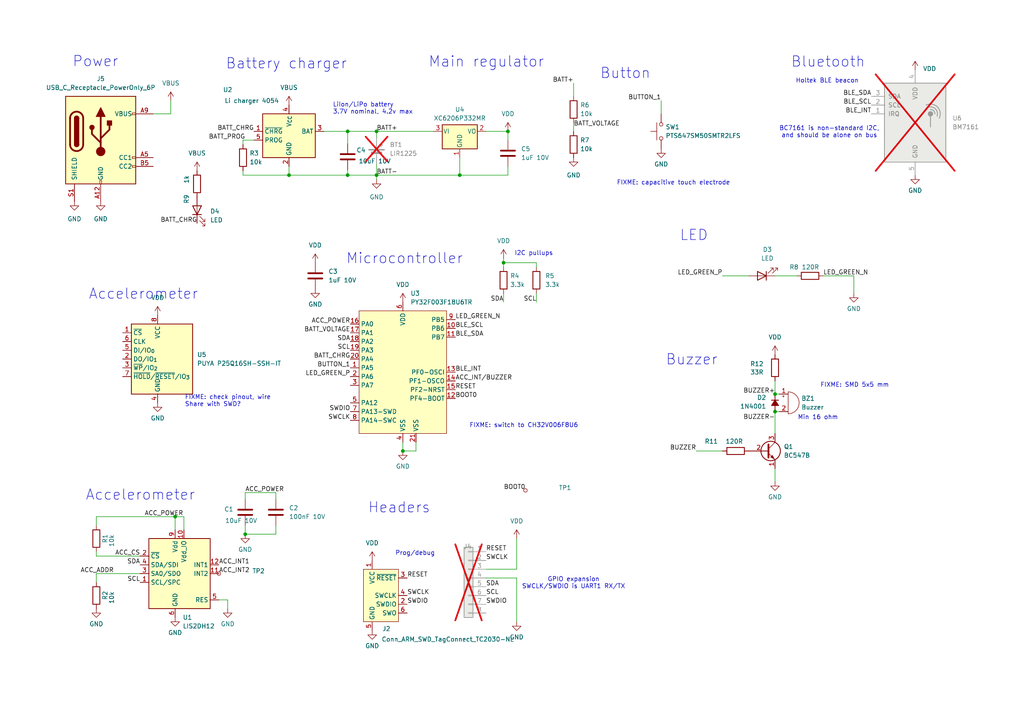
<source format=kicad_sch>
(kicad_sch (version 20250114) (generator "eeschema") (generator_version "9.0")
  (paper "A4")
  (lib_symbols
    (symbol "Battery_Management:LTC4054ES5-4.2"
      (property "Reference" "U" (at -5.842 6.604 0))
      (property "Value" "LTC4054ES5-4.2" (at 1.524 6.604 0))
      (symbol "LTC4054ES5-4.2_0_1"
        (rectangle (start -7.62 5.08) (end 7.62 -7.62) (stroke (width 0.254)) (fill (type background)))
      )
      (symbol "LTC4054ES5-4.2_1_1"
        (pin open_collector line (at -10.16 0 0) (length 2.54) (name "~{CHRG}") (number "1"))
        (pin bidirectional line (at -10.16 -2.54 0) (length 2.54) (name "PROG") (number "5"))
        (pin power_in line (at 0 7.62 270) (length 2.54) (name "V_{CC}") (number "4"))
        (pin power_in line (at 0 -10.16 90) (length 2.54) (name "GND") (number "2"))
        (pin power_out line (at 10.16 0 180) (length 2.54) (name "BAT") (number "3"))
      )
    )
    (symbol "Connector:Conn_ARM_SWD_TagConnect_TC2030-NL" (in_bom no)
      (property "Reference" "J" (at 2.54 11.43 0))
      (property "Value" "Conn_ARM_SWD_TagConnect_TC2030-NL" (at 2.54 8.89 0))
      (symbol "Conn_ARM_SWD_TagConnect_TC2030-NL_0_0"
        (pin power_in line (at -2.54 10.16 270) (length 2.54) (name "VCC") (number "1"))
        (pin power_in line (at -2.54 -10.16 90) (length 2.54) (name "GND") (number "5"))
        (pin open_collector line (at 7.62 5.08 180) (length 2.54) (name "~{RESET}") (number "3"))
        (pin output line (at 7.62 0 180) (length 2.54) (name "SWCLK") (number "4"))
        (pin bidirectional line (at 7.62 -2.54 180) (length 2.54) (name "SWDIO") (number "2"))
        (pin input line (at 7.62 -5.08 180) (length 2.54) (name "SWO") (number "6"))
      )
      (symbol "Conn_ARM_SWD_TagConnect_TC2030-NL_0_1"
        (rectangle (start -5.08 7.62) (end 5.08 -7.62) (fill (type background)))
      )
    )
    (symbol "Connector:TestPoint_Small" (pin_numbers (hide yes)) (pin_names (offset 0.762) (hide yes))
      (property "Reference" "TP" (at 0 3.81 0))
      (property "Value" "TestPoint_Small" (at 0 2.032 0))
      (symbol "TestPoint_Small_0_1"
        (circle (center 0 0) (radius 0.508))
      )
      (symbol "TestPoint_Small_1_1"
        (pin passive line (at 0 0 90) (length 0) (name "1") (number "1"))
      )
    )
    (symbol "Connector:USB_C_Receptacle_PowerOnly_6P" (pin_names (offset 1.016))
      (property "Reference" "J" (at 0 16.51 0))
      (property "Value" "USB_C_Receptacle_PowerOnly_6P" (at 0 13.97 0))
      (symbol "USB_C_Receptacle_PowerOnly_6P_0_0"
        (rectangle (start -0.254 -12.7) (end 0.254 -11.684))
        (rectangle (start 10.16 7.874) (end 9.144 7.366))
        (rectangle (start 10.16 -4.826) (end 9.144 -5.334))
        (rectangle (start 10.16 -7.366) (end 9.144 -7.874))
      )
      (symbol "USB_C_Receptacle_PowerOnly_6P_0_1"
        (rectangle (start -10.16 12.7) (end 10.16 -12.7) (stroke (width 0.254)) (fill (type background)))
        (polyline (pts (xy -8.89 -1.27) (xy -8.89 6.35)) (stroke (width 0.508)))
        (rectangle (start -7.62 -1.27) (end -6.35 6.35) (stroke (width 0.254)) (fill (type outline)))
        (arc (start -7.62 6.35) (mid -6.985 6.9823) (end -6.35 6.35) (stroke (width 0.254)))
        (arc (start -7.62 6.35) (mid -6.985 6.9823) (end -6.35 6.35) (stroke (width 0.254)) (fill (type outline)))
        (arc (start -8.89 6.35) (mid -6.985 8.2467) (end -5.08 6.35) (stroke (width 0.508)))
        (arc (start -5.08 -1.27) (mid -6.985 -3.1667) (end -8.89 -1.27) (stroke (width 0.508)))
        (arc (start -6.35 -1.27) (mid -6.985 -1.9023) (end -7.62 -1.27) (stroke (width 0.254)))
        (arc (start -6.35 -1.27) (mid -6.985 -1.9023) (end -7.62 -1.27) (stroke (width 0.254)) (fill (type outline)))
        (polyline (pts (xy -5.08 6.35) (xy -5.08 -1.27)) (stroke (width 0.508)))
        (circle (center -2.54 3.683) (radius 0.635) (stroke (width 0.254)) (fill (type outline)))
        (polyline (pts (xy -1.27 6.858) (xy 0 9.398) (xy 1.27 6.858) (xy -1.27 6.858)) (stroke (width 0.254)) (fill (type outline)))
        (polyline (pts (xy 0 0.508) (xy 2.54 3.048) (xy 2.54 4.318)) (stroke (width 0.508)))
        (polyline (pts (xy 0 -0.762) (xy -2.54 1.778) (xy -2.54 3.048)) (stroke (width 0.508)))
        (polyline (pts (xy 0 -3.302) (xy 0 6.858)) (stroke (width 0.508)))
        (circle (center 0 -3.302) (radius 1.27) (fill (type outline)))
        (rectangle (start 1.905 4.318) (end 3.175 5.588) (stroke (width 0.254)) (fill (type outline)))
      )
      (symbol "USB_C_Receptacle_PowerOnly_6P_1_1"
        (pin passive line (at -7.62 -17.78 90) (length 5.08) (name "SHIELD") (number "S1"))
        (pin passive line (at 0 -17.78 90) (length 5.08) (name "GND") (number "A12"))
        (pin passive line (at 0 -17.78 90) (length 5.08) (hide yes) (name "GND") (number "B12"))
        (pin passive line (at 15.24 7.62 180) (length 5.08) (name "VBUS") (number "A9"))
        (pin passive line (at 15.24 7.62 180) (length 5.08) (hide yes) (name "VBUS") (number "B9"))
        (pin bidirectional line (at 15.24 -5.08 180) (length 5.08) (name "CC1") (number "A5"))
        (pin bidirectional line (at 15.24 -7.62 180) (length 5.08) (name "CC2") (number "B5"))
      )
    )
    (symbol "Connector_Generic:Conn_01x08" (pin_names (offset 1.016) (hide yes))
      (property "Reference" "J" (at 0 10.16 0))
      (property "Value" "Conn_01x08" (at 0 -12.7 0))
      (symbol "Conn_01x08_1_1"
        (rectangle (start -1.27 8.89) (end 1.27 -11.43) (stroke (width 0.254)) (fill (type background)))
        (rectangle (start -1.27 7.747) (end 0 7.493) (stroke (width 0.1524)))
        (rectangle (start -1.27 5.207) (end 0 4.953) (stroke (width 0.1524)))
        (rectangle (start -1.27 2.667) (end 0 2.413) (stroke (width 0.1524)))
        (rectangle (start -1.27 0.127) (end 0 -0.127) (stroke (width 0.1524)))
        (rectangle (start -1.27 -2.413) (end 0 -2.667) (stroke (width 0.1524)))
        (rectangle (start -1.27 -4.953) (end 0 -5.207) (stroke (width 0.1524)))
        (rectangle (start -1.27 -7.493) (end 0 -7.747) (stroke (width 0.1524)))
        (rectangle (start -1.27 -10.033) (end 0 -10.287) (stroke (width 0.1524)))
        (pin passive line (at -5.08 7.62 0) (length 3.81) (name "Pin_1") (number "1"))
        (pin passive line (at -5.08 5.08 0) (length 3.81) (name "Pin_2") (number "2"))
        (pin passive line (at -5.08 2.54 0) (length 3.81) (name "Pin_3") (number "3"))
        (pin passive line (at -5.08 0 0) (length 3.81) (name "Pin_4") (number "4"))
        (pin passive line (at -5.08 -2.54 0) (length 3.81) (name "Pin_5") (number "5"))
        (pin passive line (at -5.08 -5.08 0) (length 3.81) (name "Pin_6") (number "6"))
        (pin passive line (at -5.08 -7.62 0) (length 3.81) (name "Pin_7") (number "7"))
        (pin passive line (at -5.08 -10.16 0) (length 3.81) (name "Pin_8") (number "8"))
      )
    )
    (symbol "Device:Battery_Cell" (pin_numbers (hide yes)) (pin_names (offset 0) (hide yes))
      (property "Reference" "BT1" (at 3.81 3.1115 0))
      (property "Value" "Battery_Cell" (at 3.81 0.5715 0))
      (symbol "Battery_Cell_0_1"
        (rectangle (start -2.286 1.778) (end 2.286 1.524) (fill (type outline)))
        (rectangle (start -1.524 1.016) (end 1.524 0.508) (fill (type outline)))
        (polyline (pts (xy 0 1.778) (xy 0 2.54)))
        (polyline (pts (xy 0 0.762) (xy 0 0)))
        (polyline (pts (xy 0.762 3.048) (xy 1.778 3.048)) (stroke (width 0.254)))
        (polyline (pts (xy 1.27 3.556) (xy 1.27 2.54)) (stroke (width 0.254)))
      )
      (symbol "Battery_Cell_1_1"
        (pin passive line (at 0 5.08 270) (length 2.54) (name "+") (number "1"))
        (pin passive line (at 0 -2.54 90) (length 2.54) (name "-") (number "2"))
      )
    )
    (symbol "Device:Buzzer" (pin_names (offset 0.0254) (hide yes))
      (property "Reference" "BZ" (at 3.81 1.27 0))
      (property "Value" "Buzzer" (at 3.81 -1.27 0))
      (symbol "Buzzer_0_1"
        (polyline (pts (xy -1.651 1.905) (xy -1.143 1.905)))
        (polyline (pts (xy -1.397 2.159) (xy -1.397 1.651)))
        (arc (start 0 3.175) (mid 3.1612 0) (end 0 -3.175))
        (polyline (pts (xy 0 3.175) (xy 0 -3.175)))
      )
      (symbol "Buzzer_1_1"
        (pin passive line (at -2.54 2.54 0) (length 2.54) (name "+") (number "1"))
        (pin passive line (at -2.54 -2.54 0) (length 2.54) (name "-") (number "2"))
      )
    )
    (symbol "Device:C" (pin_numbers (hide yes)) (pin_names (offset 0.254))
      (property "Reference" "C" (at 0.635 2.54 0))
      (property "Value" "C" (at 0.635 -2.54 0))
      (symbol "C_0_1"
        (polyline (pts (xy -2.032 0.762) (xy 2.032 0.762)) (stroke (width 0.508)))
        (polyline (pts (xy -2.032 -0.762) (xy 2.032 -0.762)) (stroke (width 0.508)))
      )
      (symbol "C_1_1"
        (pin passive line (at 0 3.81 270) (length 2.794) (name "~") (number "1"))
        (pin passive line (at 0 -3.81 90) (length 2.794) (name "~") (number "2"))
      )
    )
    (symbol "Device:D_Small_Filled" (pin_numbers (hide yes)) (pin_names (offset 0.254) (hide yes))
      (property "Reference" "D" (at -1.27 2.032 0))
      (property "Value" "D_Small_Filled" (at -3.81 -2.032 0))
      (symbol "D_Small_Filled_0_1"
        (polyline (pts (xy -0.762 0) (xy 0.762 0)))
        (polyline (pts (xy -0.762 -1.016) (xy -0.762 1.016)) (stroke (width 0.254)))
        (polyline (pts (xy 0.762 -1.016) (xy -0.762 0) (xy 0.762 1.016) (xy 0.762 -1.016)) (stroke (width 0.254)) (fill (type outline)))
      )
      (symbol "D_Small_Filled_1_1"
        (pin passive line (at -2.54 0 0) (length 1.778) (name "K") (number "1"))
        (pin passive line (at 2.54 0 180) (length 1.778) (name "A") (number "2"))
      )
    )
    (symbol "Device:LED" (pin_numbers (hide yes)) (pin_names (offset 1.016) (hide yes))
      (property "Reference" "D" (at 0 2.54 0))
      (property "Value" "LED" (at 0 -2.54 0))
      (symbol "LED_0_1"
        (polyline (pts (xy -3.048 -0.762) (xy -4.572 -2.286) (xy -3.81 -2.286) (xy -4.572 -2.286) (xy -4.572 -1.524)))
        (polyline (pts (xy -1.778 -0.762) (xy -3.302 -2.286) (xy -2.54 -2.286) (xy -3.302 -2.286) (xy -3.302 -1.524)))
        (polyline (pts (xy -1.27 0) (xy 1.27 0)))
        (polyline (pts (xy -1.27 -1.27) (xy -1.27 1.27)) (stroke (width 0.254)))
        (polyline (pts (xy 1.27 -1.27) (xy 1.27 1.27) (xy -1.27 0) (xy 1.27 -1.27)) (stroke (width 0.254)))
      )
      (symbol "LED_1_1"
        (pin passive line (at -3.81 0 0) (length 2.54) (name "K") (number "1"))
        (pin passive line (at 3.81 0 180) (length 2.54) (name "A") (number "2"))
      )
    )
    (symbol "Device:Q_NPN_EBC" (pin_names (offset 0) (hide yes))
      (property "Reference" "Q" (at 5.08 1.27 0))
      (property "Value" "Q_NPN_EBC" (at 5.08 -1.27 0))
      (symbol "Q_NPN_EBC_0_1"
        (polyline (pts (xy 0.635 1.905) (xy 0.635 -1.905) (xy 0.635 -1.905)) (stroke (width 0.508)))
        (polyline (pts (xy 0.635 0.635) (xy 2.54 2.54)))
        (polyline (pts (xy 0.635 -0.635) (xy 2.54 -2.54) (xy 2.54 -2.54)))
        (circle (center 1.27 0) (radius 2.8194) (stroke (width 0.254)))
        (polyline (pts (xy 1.27 -1.778) (xy 1.778 -1.27) (xy 2.286 -2.286) (xy 1.27 -1.778) (xy 1.27 -1.778)) (fill (type outline)))
      )
      (symbol "Q_NPN_EBC_1_1"
        (pin passive line (at -5.08 0 0) (length 5.715) (name "B") (number "2"))
        (pin passive line (at 2.54 5.08 270) (length 2.54) (name "C") (number "3"))
        (pin passive line (at 2.54 -5.08 90) (length 2.54) (name "E") (number "1"))
      )
    )
    (symbol "Device:R" (pin_numbers (hide yes)) (pin_names (offset 0))
      (property "Reference" "R" (at 2.032 0 90))
      (property "Value" "R" (at 0 0 90))
      (symbol "R_0_1"
        (rectangle (start -1.016 -2.54) (end 1.016 2.54) (stroke (width 0.254)))
      )
      (symbol "R_1_1"
        (pin passive line (at 0 3.81 270) (length 1.27) (name "~") (number "1"))
        (pin passive line (at 0 -3.81 90) (length 1.27) (name "~") (number "2"))
      )
    )
    (symbol "Memory_Flash:W25Q32JVSS"
      (property "Reference" "U" (at -6.35 11.43 0))
      (property "Value" "W25Q32JVSS" (at 7.62 11.43 0))
      (symbol "W25Q32JVSS_0_1"
        (rectangle (start -7.62 10.16) (end 10.16 -10.16) (stroke (width 0.254)) (fill (type background)))
      )
      (symbol "W25Q32JVSS_1_1"
        (pin input line (at -10.16 7.62 0) (length 2.54) (name "~{CS}") (number "1"))
        (pin input line (at -10.16 5.08 0) (length 2.54) (name "CLK") (number "6"))
        (pin bidirectional line (at -10.16 2.54 0) (length 2.54) (name "DI/IO_{0}") (number "5"))
        (pin bidirectional line (at -10.16 0 0) (length 2.54) (name "DO/IO_{1}") (number "2"))
        (pin bidirectional line (at -10.16 -2.54 0) (length 2.54) (name "~{WP}/IO_{2}") (number "3"))
        (pin bidirectional line (at -10.16 -5.08 0) (length 2.54) (name "~{HOLD}/~{RESET}/IO_{3}") (number "7"))
        (pin power_in line (at 0 12.7 270) (length 2.54) (name "VCC") (number "8"))
        (pin power_in line (at 0 -12.7 90) (length 2.54) (name "GND") (number "4"))
      )
    )
    (symbol "Regulator_Linear:XC6206PxxxMR" (pin_names (offset 0.254))
      (property "Reference" "U" (at -3.81 3.175 0))
      (property "Value" "XC6206PxxxMR" (at 0 3.175 0))
      (symbol "XC6206PxxxMR_0_1"
        (rectangle (start -5.08 1.905) (end 5.08 -5.08) (stroke (width 0.254)) (fill (type background)))
      )
      (symbol "XC6206PxxxMR_1_1"
        (pin power_in line (at -7.62 0 0) (length 2.54) (name "VI") (number "3"))
        (pin power_in line (at 0 -7.62 90) (length 2.54) (name "GND") (number "1"))
        (pin power_out line (at 7.62 0 180) (length 2.54) (name "VO") (number "2"))
      )
    )
    (symbol "Sensor_Motion:LIS2HH12"
      (property "Reference" "U" (at -5.08 11.43 0))
      (property "Value" "LIS2HH12" (at 3.81 11.43 0))
      (symbol "LIS2HH12_0_1"
        (rectangle (start -7.62 10.16) (end 10.16 -10.16) (stroke (width 0.254)) (fill (type background)))
      )
      (symbol "LIS2HH12_1_1"
        (pin input line (at -10.16 5.08 0) (length 2.54) (name "~{CS}") (number "2"))
        (pin bidirectional line (at -10.16 2.54 0) (length 2.54) (name "SDA/SDI") (number "4"))
        (pin bidirectional line (at -10.16 0 0) (length 2.54) (name "SA0/SDO") (number "3"))
        (pin input line (at -10.16 -2.54 0) (length 2.54) (name "SCL/SPC") (number "1"))
        (pin power_in line (at 0 12.7 270) (length 2.54) (name "Vdd") (number "9"))
        (pin power_in line (at 0 -12.7 90) (length 2.54) (name "GND") (number "6"))
        (pin passive line (at 0 -12.7 90) (length 2.54) (hide yes) (name "GND") (number "7"))
        (pin passive line (at 0 -12.7 90) (length 2.54) (hide yes) (name "GND") (number "8"))
        (pin power_in line (at 2.54 12.7 270) (length 2.54) (name "Vdd_IO") (number "10"))
        (pin output line (at 12.7 2.54 180) (length 2.54) (name "INT1") (number "12"))
        (pin output line (at 12.7 0 180) (length 2.54) (name "INT2") (number "11"))
        (pin passive line (at 12.7 -7.62 180) (length 2.54) (name "RES") (number "5"))
      )
    )
    (symbol "Switch:SW_Push" (pin_numbers (hide yes)) (pin_names (offset 1.016) (hide yes))
      (property "Reference" "SW" (at 1.27 2.54 0))
      (property "Value" "SW_Push" (at 0 -1.524 0))
      (symbol "SW_Push_0_1"
        (circle (center -2.032 0) (radius 0.508))
        (polyline (pts (xy 0 1.27) (xy 0 3.048)))
        (circle (center 2.032 0) (radius 0.508))
        (polyline (pts (xy 2.54 1.27) (xy -2.54 1.27)))
        (pin passive line (at -5.08 0 0) (length 2.54) (name "1") (number "1"))
        (pin passive line (at 5.08 0 180) (length 2.54) (name "2") (number "2"))
      )
    )
    (symbol "dml10:BM7161" (pin_names (offset 1.016))
      (property "Reference" "U" (at -8.89 12.7 0))
      (property "Value" "BM7161" (at 3.81 12.7 0))
      (symbol "BM7161_0_1"
        (rectangle (start -8.89 11.43) (end 8.89 -11.43) (stroke (width 0.254)) (fill (type background)))
        (arc (start 3.175 5.08) (mid 6.453 4.548) (end 6.985 1.27) (stroke (width 0.254)))
        (circle (center 4.445 2.54) (radius 0.635) (stroke (width 0.254)) (fill (type outline)))
        (polyline (pts (xy 4.445 1.905) (xy 4.445 -1.27)) (stroke (width 0.254)))
        (arc (start 3.81 4.445) (mid 5.8835 3.9785) (end 6.35 1.905) (stroke (width 0.254)))
        (arc (start 4.445 3.81) (mid 5.3558 3.4508) (end 5.715 2.54) (stroke (width 0.254)))
      )
      (symbol "BM7161_1_1"
        (pin input line (at -12.7 7.62 0) (length 3.81) (name "SDA") (number "3"))
        (pin input line (at -12.7 5.08 0) (length 3.81) (name "SCL") (number "2"))
        (pin output line (at -12.7 2.54 0) (length 3.81) (name "IRQ") (number "1"))
        (pin power_in line (at 0 15.24 270) (length 3.81) (name "VDD") (number "4"))
        (pin power_in line (at 0 -15.24 90) (length 3.81) (name "GND") (number "5"))
      )
    )
    (symbol "dml20m:PY32F003F1xU"
      (property "Reference" "U1" (at 2.1941 22.86 0))
      (property "Value" "PY32F003F16P6TU" (at 2.1941 20.32 0))
      (symbol "PY32F003F1xU_0_1"
        (rectangle (start -12.7 17.78) (end 12.7 -17.78) (stroke (width 0.1524)) (fill (type background)))
      )
      (symbol "PY32F003F1xU_1_0"
        (pin bidirectional line (at -15.24 11.43 0) (length 2.54) (name "PA1") (number "17"))
        (pin bidirectional line (at -15.24 8.89 0) (length 2.54) (name "PA2") (number "18"))
        (pin bidirectional line (at -15.24 6.35 0) (length 2.54) (name "PA3") (number "19"))
        (pin bidirectional line (at -15.24 1.27 0) (length 2.54) (name "PA5") (number "1"))
        (pin bidirectional line (at -15.24 -1.27 0) (length 2.54) (name "PA6") (number "2"))
      )
      (symbol "PY32F003F1xU_1_1"
        (pin bidirectional line (at -15.24 13.97 0) (length 2.54) (name "PA0") (number "16"))
        (pin bidirectional line (at -15.24 3.81 0) (length 2.54) (name "PA4") (number "20"))
        (pin bidirectional line (at -15.24 -3.81 0) (length 2.54) (name "PA7") (number "3"))
        (pin bidirectional line (at -15.24 -8.89 0) (length 2.54) (name "PA12") (number "5"))
        (pin bidirectional line (at -15.24 -11.43 0) (length 2.54) (name "PA13-SWD") (number "7"))
        (pin bidirectional line (at -15.24 -13.97 0) (length 2.54) (name "PA14-SWC") (number "8"))
        (pin power_in line (at 0 20.32 270) (length 2.54) (name "VDD") (number "6"))
        (pin power_in line (at 0 -20.32 90) (length 2.54) (name "VSS") (number "4"))
        (pin power_in line (at 3.81 -20.32 90) (length 2.54) (name "VSS") (number "21"))
        (pin bidirectional line (at 15.24 15.24 180) (length 2.54) (name "PB5") (number "9"))
        (pin bidirectional line (at 15.24 12.7 180) (length 2.54) (name "PB6") (number "10"))
        (pin bidirectional line (at 15.24 10.16 180) (length 2.54) (name "PB7") (number "11"))
        (pin bidirectional line (at 15.24 0 180) (length 2.54) (name "PF0-OSCI") (number "13"))
        (pin bidirectional line (at 15.24 -2.54 180) (length 2.54) (name "PF1-OSCO") (number "14"))
        (pin bidirectional line (at 15.24 -5.08 180) (length 2.54) (name "PF2-NRST") (number "15"))
        (pin bidirectional line (at 15.24 -7.62 180) (length 2.54) (name "PF4-BOOT") (number "12"))
      )
    )
    (symbol "power:GND" (power) (pin_names (offset 0))
      (property "Value" "GND" (at 0 -3.81 0))
      (symbol "GND_0_1"
        (polyline (pts (xy 0 0) (xy 0 -1.27) (xy 1.27 -1.27) (xy 0 -2.54) (xy -1.27 -1.27) (xy 0 -1.27)))
      )
      (symbol "GND_1_1"
        (pin power_in line (at 0 0 270) (length 0) (hide yes) (name "GND") (number "1"))
      )
    )
    (symbol "power:VBUS" (power) (pin_names (offset 0))
      (property "Value" "VBUS" (at 0 3.81 0))
      (symbol "VBUS_0_1"
        (polyline (pts (xy -0.762 1.27) (xy 0 2.54)))
        (polyline (pts (xy 0 2.54) (xy 0.762 1.27)))
        (polyline (pts (xy 0 0) (xy 0 2.54)))
      )
      (symbol "VBUS_1_1"
        (pin power_in line (at 0 0 90) (length 0) (hide yes) (name "VBUS") (number "1"))
      )
    )
    (symbol "power:VDD" (power) (pin_names (offset 0))
      (property "Value" "VDD" (at 0 3.81 0))
      (symbol "VDD_0_1"
        (polyline (pts (xy -0.762 1.27) (xy 0 2.54)))
        (polyline (pts (xy 0 2.54) (xy 0.762 1.27)))
        (polyline (pts (xy 0 0) (xy 0 2.54)))
      )
      (symbol "VDD_1_1"
        (pin power_in line (at 0 0 90) (length 0) (hide yes) (name "VDD") (number "1"))
      )
    )
  )
  (text "Buzzer" (at 193.04 106.172 0) (effects (font (size 3 3)) (justify left bottom)))
  (text "Prog/debug" (at 120.396 160.528 0) (effects (font (size 1.27 1.27))))
  (text "Main regulator" (at 124.206 19.812 0) (effects (font (size 3.048 3.048)) (justify left bottom)))
  (text "Min 16 ohm" (at 237.236 121.158 0) (effects (font (size 1.27 1.27))))
  (text "Microcontroller" (at 100.33 76.835 0) (effects (font (size 3 3)) (justify left bottom)))
  (text "FIXME: SMD 5x5 mm" (at 247.904 111.76 0) (effects (font (size 1.27 1.27))))
  (text "Button" (at 173.99 23.114 0) (effects (font (size 3 3)) (justify left bottom)))
  (text "Holtek BLE beacon" (at 230.759 24.257 0) (effects (font (size 1.27 1.27)) (justify left bottom)))
  (text "GPIO expansion\nSWCLK/SWDIO is UART1 RX/TX" (at 166.37 169.164 0) (effects (font (size 1.27 1.27))))
  (text "Power" (at 20.955 19.685 0) (effects (font (size 3 3)) (justify left bottom)))
  (text "LiIon/LiPo battery\n3.7V nominal, 4.2v max" (at 96.52 33.274 0) (effects (font (size 1.27 1.27)) (justify left bottom)))
  (text "FIXME: check pinout, wire\nShare with SWD?" (at 53.594 118.11 0) (effects (font (size 1.27 1.27)) (justify left bottom)))
  (text "FIXME: capacitive touch electrode" (at 195.326 53.086 0) (effects (font (size 1.27 1.27))))
  (text "Accelerometer" (at 24.765 145.415 0) (effects (font (size 3 3)) (justify left bottom)))
  (text "I2C pullups" (at 149.225 74.295 0) (effects (font (size 1.27 1.27)) (justify left bottom)))
  (text "Headers" (at 106.68 149.098 0) (effects (font (size 3 3)) (justify left bottom)))
  (text "LED" (at 197.104 70.104 0) (effects (font (size 3 3)) (justify left bottom)))
  (text "Bluetooth" (at 229.362 19.812 0) (effects (font (size 3 3)) (justify left bottom)))
  (text "Accelerometer" (at 25.654 87.122 0) (effects (font (size 3 3)) (justify left bottom)))
  (text "BC7161 is non-standard I2C,\nand should be alone on bus" (at 240.538 38.354 0) (effects (font (size 1.27 1.27))))
  (text "FIXME: switch to CH32V006F8U6" (at 136.144 124.206 0) (effects (font (size 1.27 1.27)) (justify left bottom)))
  (text "Battery charger" (at 65.405 20.32 0) (effects (font (size 3 3)) (justify left bottom)))
  (junction (at 50.8 149.86))
  (junction (at 133.35 50.8))
  (junction (at 100.838 50.8))
  (junction (at 83.82 50.8))
  (junction (at 224.79 114.3))
  (junction (at 100.838 38.1))
  (junction (at 71.12 154.94))
  (junction (at 146.05 76.2))
  (junction (at 224.79 119.38))
  (junction (at 116.84 130.81))
  (junction (at 109.22 38.1))
  (junction (at 109.22 50.8))
  (junction (at 147.32 38.1))
  (wire (pts (xy 27.94 149.86) (xy 50.8 149.86)))
  (wire (pts (xy 83.82 50.8) (xy 83.82 48.26)))
  (wire (pts (xy 149.86 180.34) (xy 149.86 167.64)))
  (wire (pts (xy 133.35 50.8) (xy 133.35 45.72)))
  (wire (pts (xy 166.37 35.56) (xy 166.37 38.1)))
  (wire (pts (xy 146.05 74.93) (xy 146.05 76.2)))
  (wire (pts (xy 201.93 130.81) (xy 209.55 130.81)))
  (wire (pts (xy 149.86 165.1) (xy 140.97 165.1)))
  (wire (pts (xy 27.94 166.37) (xy 40.64 166.37)))
  (wire (pts (xy 71.12 142.875) (xy 80.01 142.875)))
  (wire (pts (xy 224.79 110.49) (xy 224.79 114.3)))
  (wire (pts (xy 149.86 156.21) (xy 149.86 165.1)))
  (wire (pts (xy 224.79 135.89) (xy 224.79 139.7)))
  (wire (pts (xy 80.01 154.94) (xy 71.12 154.94)))
  (wire (pts (xy 66.04 173.99) (xy 63.5 173.99)))
  (wire (pts (xy 109.22 50.8) (xy 133.35 50.8)))
  (wire (pts (xy 247.65 80.01) (xy 247.65 85.09)))
  (wire (pts (xy 116.84 130.81) (xy 120.65 130.81)))
  (wire (pts (xy 27.94 149.86) (xy 27.94 152.4)))
  (wire (pts (xy 146.05 76.2) (xy 146.05 77.47)))
  (wire (pts (xy 80.01 152.4) (xy 80.01 154.94)))
  (wire (pts (xy 27.94 160.02) (xy 27.94 161.29)))
  (wire (pts (xy 120.65 130.81) (xy 120.65 128.27)))
  (wire (pts (xy 109.22 50.8) (xy 100.838 50.8)))
  (wire (pts (xy 44.45 33.02) (xy 49.53 33.02)))
  (wire (pts (xy 109.22 52.07) (xy 109.22 50.8)))
  (wire (pts (xy 224.79 114.3) (xy 226.06 114.3)))
  (wire (pts (xy 100.838 50.8) (xy 100.838 49.276)))
  (wire (pts (xy 70.485 49.53) (xy 70.485 50.8)))
  (wire (pts (xy 53.34 149.86) (xy 53.34 153.67)))
  (wire (pts (xy 27.94 168.91) (xy 27.94 166.37)))
  (wire (pts (xy 109.22 38.1) (xy 109.22 40.005)))
  (wire (pts (xy 109.22 38.1) (xy 125.73 38.1)))
  (wire (pts (xy 224.79 80.01) (xy 231.14 80.01)))
  (wire (pts (xy 166.37 24.13) (xy 166.37 27.94)))
  (wire (pts (xy 66.04 176.53) (xy 66.04 173.99)))
  (wire (pts (xy 71.12 154.94) (xy 71.12 152.4)))
  (wire (pts (xy 116.84 128.27) (xy 116.84 130.81)))
  (wire (pts (xy 155.575 76.2) (xy 155.575 77.47)))
  (wire (pts (xy 224.79 125.73) (xy 224.79 119.38)))
  (wire (pts (xy 133.35 50.8) (xy 147.32 50.8)))
  (wire (pts (xy 140.97 38.1) (xy 147.32 38.1)))
  (wire (pts (xy 209.55 80.01) (xy 217.17 80.01)))
  (wire (pts (xy 109.22 47.625) (xy 109.22 50.8)))
  (wire (pts (xy 70.485 50.8) (xy 83.82 50.8)))
  (wire (pts (xy 224.79 119.38) (xy 226.06 119.38)))
  (wire (pts (xy 155.575 85.09) (xy 155.575 87.63)))
  (wire (pts (xy 70.485 40.64) (xy 73.66 40.64)))
  (wire (pts (xy 49.53 33.02) (xy 49.53 29.21)))
  (wire (pts (xy 50.8 149.86) (xy 53.34 149.86)))
  (wire (pts (xy 93.98 38.1) (xy 100.838 38.1)))
  (wire (pts (xy 149.86 167.64) (xy 140.97 167.64)))
  (wire (pts (xy 80.01 142.875) (xy 80.01 144.78)))
  (wire (pts (xy 100.838 38.1) (xy 109.22 38.1)))
  (wire (pts (xy 191.77 29.21) (xy 191.77 33.02)))
  (wire (pts (xy 71.12 144.78) (xy 71.12 142.875)))
  (wire (pts (xy 27.94 161.29) (xy 40.64 161.29)))
  (wire (pts (xy 146.05 76.2) (xy 155.575 76.2)))
  (wire (pts (xy 70.485 41.91) (xy 70.485 40.64)))
  (wire (pts (xy 238.76 80.01) (xy 247.65 80.01)))
  (wire (pts (xy 147.32 38.1) (xy 147.32 40.64)))
  (wire (pts (xy 83.82 50.8) (xy 100.838 50.8)))
  (wire (pts (xy 50.8 149.86) (xy 50.8 153.67)))
  (wire (pts (xy 147.32 48.26) (xy 147.32 50.8)))
  (wire (pts (xy 146.05 85.09) (xy 146.05 87.63)))
  (wire (pts (xy 100.838 38.1) (xy 100.838 41.656)))
  (label "SWCLK" (at 101.6 121.92 180))
  (label "ACC_CS" (at 40.64 161.29 180))
  (label "ACC_POWER" (at 41.91 149.86 0))
  (label "BLE_SCL" (at 132.08 95.25 0))
  (label "BLE_SCL" (at 252.73 30.48 180))
  (label "BLE_SDA" (at 132.08 97.79 0))
  (label "BOOT0" (at 132.08 115.57 0))
  (label "ACC_POWER" (at 101.6 93.98 180))
  (label "BATT_CHRG" (at 73.66 38.1 180))
  (label "ACC_INT{slash}BUZZER" (at 132.08 110.49 0))
  (label "BUZZER+" (at 224.79 114.3 180))
  (label "BATT+" (at 109.22 38.1 0))
  (label "SWDIO" (at 140.97 175.26 0))
  (label "RESET" (at 118.11 167.64 0))
  (label "SDA" (at 140.97 170.18 0))
  (label "BATT_CHRG" (at 101.6 104.14 180))
  (label "LED_GREEN_N" (at 238.76 80.01 0))
  (label "BLE_SDA" (at 252.73 27.94 180))
  (label "RESET" (at 140.97 160.02 0))
  (label "BOOT0" (at 152.4 142.24 180))
  (label "BLE_INT" (at 252.73 33.02 180))
  (label "SWDIO" (at 118.11 175.26 0))
  (label "SWCLK" (at 140.97 162.56 0))
  (label "SDA" (at 101.6 99.06 180))
  (label "BATT_CHRG" (at 57.15 64.77 180))
  (label "SCL" (at 140.97 172.72 0))
  (label "SDA" (at 146.05 87.63 180))
  (label "SWCLK" (at 118.11 172.72 0))
  (label "BLE_INT" (at 132.08 107.95 0))
  (label "LED_GREEN_P" (at 101.6 109.22 180))
  (label "BATT_PROG" (at 71.12 40.64 180))
  (label "SCL" (at 101.6 101.6 180))
  (label "ACC_ADDR" (at 33.02 166.37 180))
  (label "SCL" (at 155.575 87.63 180))
  (label "SCL" (at 40.64 168.91 180))
  (label "BUZZER-" (at 224.79 121.92 180))
  (label "BATT_VOLTAGE" (at 166.37 36.83 0))
  (label "BATT-" (at 109.22 50.8 0))
  (label "BUTTON_1" (at 191.77 29.21 180))
  (label "BUTTON_1" (at 101.6 106.68 180))
  (label "LED_GREEN_P" (at 209.55 80.01 180))
  (label "SDA" (at 40.64 163.83 180))
  (label "RESET" (at 132.08 113.03 0))
  (label "LED_GREEN_N" (at 132.08 92.71 0))
  (label "ACC_INT1" (at 63.5 163.83 0))
  (label "SWDIO" (at 101.6 119.38 180))
  (label "BATT+" (at 166.37 24.13 180))
  (label "ACC_POWER" (at 71.12 142.875 0))
  (label "BUZZER" (at 201.93 130.81 180))
  (label "ACC_INT2" (at 63.5 166.37 0))
  (label "BATT_VOLTAGE" (at 101.6 96.52 180))
  (symbol (lib_id "power:VDD") (at 149.86 156.21 0) (unit 1)
    (property "Reference" "#PWR017" (effects (hide yes)))
    (property "Value" "VDD" (at 149.86 151.13 0))
  )
  (symbol (lib_id "Device:R") (at 155.575 81.28 0) (unit 1)
    (property "Reference" "R5" (at 158.115 80.01 0) (effects (justify left)))
    (property "Value" "3.3k" (at 158.115 82.55 0) (effects (justify left)))
    (property "Footprint" "Resistor_SMD:R_0402_1005Metric" (effects (hide yes)))
  )
  (symbol (lib_id "power:GND") (at 91.44 83.82 0) (unit 1)
    (property "Reference" "#PWR09" (effects (hide yes)))
    (property "Value" "GND" (at 91.44 88.265 0))
  )
  (symbol (lib_id "Device:R") (at 213.36 130.81 90) (unit 1)
    (property "Reference" "R11" (at 208.28 128.016 90) (effects (justify left)))
    (property "Value" "120R" (at 215.519 128.016 90) (effects (justify left)))
    (property "Footprint" "Resistor_SMD:R_0402_1005Metric" (effects (hide yes)))
  )
  (symbol (lib_id "Device:Q_NPN_EBC") (at 222.25 130.81 0) (unit 1)
    (property "Reference" "Q1" (at 227.33 129.5399 0) (effects (justify left)))
    (property "Value" "BC547B" (at 227.33 132.0799 0) (effects (justify left)))
    (property "Footprint" "Package_TO_SOT_SMD:SOT-23" (effects (hide yes)))
    (property "Description" "NPN transistor, emitter/base/collector" (effects (hide yes)))
  )
  (symbol (lib_id "power:VDD") (at 116.84 87.63 0) (unit 1)
    (property "Reference" "#PWR013" (effects (hide yes)))
    (property "Value" "VDD" (at 116.84 82.55 0))
  )
  (symbol (lib_id "Regulator_Linear:XC6206PxxxMR") (at 133.35 38.1 0) (unit 1)
    (property "Reference" "U4" (at 133.35 31.75 0))
    (property "Value" "XC6206P332MR" (at 133.35 34.29 0))
    (property "Footprint" "Package_TO_SOT_SMD:SOT-23-3" (effects (hide yes)))
    (property "Datasheet" "https://www.torexsemi.com/file/xc6206/XC6206.pdf" (effects (hide yes)))
    (property "Description" "Positive 60-250mA Low Dropout Regulator, Fixed Output, SOT-23" (effects (hide yes)))
    (property "MPN" "XC6206P332MR" (effects (hide yes)))
    (property "Manufacturer" "Torex" (effects (hide yes)))
  )
  (symbol (lib_id "Device:R") (at 27.94 172.72 180) (unit 1)
    (property "Reference" "R2" (at 30.48 172.72 90))
    (property "Value" "10k" (at 32.385 173.355 90))
    (property "Footprint" "Resistor_SMD:R_0402_1005Metric" (effects (hide yes)))
  )
  (symbol (lib_id "power:GND") (at 247.65 85.09 0) (unit 1)
    (property "Reference" "#PWR023" (effects (hide yes)))
    (property "Value" "GND" (at 247.65 89.535 0))
  )
  (symbol (lib_id "Device:R") (at 224.79 106.68 180) (unit 1)
    (property "Reference" "R12" (at 221.488 105.537 0) (effects (justify left)))
    (property "Value" "33R" (at 221.488 107.95 0) (effects (justify left)))
    (property "Footprint" "Resistor_SMD:R_0402_1005Metric" (effects (hide yes)))
  )
  (symbol (lib_id "Device:R") (at 27.94 156.21 180) (unit 1)
    (property "Reference" "R1" (at 30.48 156.21 90))
    (property "Value" "10k" (at 32.385 156.845 90))
    (property "Footprint" "Resistor_SMD:R_0402_1005Metric" (effects (hide yes)))
  )
  (symbol (lib_id "power:GND") (at 71.12 154.94 0) (unit 1)
    (property "Reference" "#PWR06" (effects (hide yes)))
    (property "Value" "GND" (at 71.12 159.385 0))
  )
  (symbol (lib_id "Device:D_Small_Filled") (at 224.79 116.84 90) (mirror x) (unit 1)
    (property "Reference" "D2" (at 222.25 115.3159 90) (effects (justify left)))
    (property "Value" "1N4001" (at 222.25 117.8559 90) (effects (justify left)))
    (property "Footprint" "Diode_SMD:D_SOD-323" (effects (hide yes)))
    (property "Description" "Diode, small symbol, filled shape" (effects (hide yes)))
    (property "Sim.Device" "D" (effects (hide yes)))
    (property "Sim.Pins" "1=K 2=A" (effects (hide yes)))
  )
  (symbol (lib_id "Device:C") (at 71.12 148.59 0) (unit 1)
    (property "Reference" "C1" (at 65.024 147.701 0) (effects (justify left)))
    (property "Value" "10uF 10V" (at 65.278 151.003 0) (effects (justify left)))
    (property "Footprint" "Capacitor_SMD:C_0402_1005Metric" (effects (hide yes)))
  )
  (symbol (lib_id "power:VDD") (at 265.43 20.32 0) (unit 1)
    (property "Reference" "#PWR028" (effects (hide yes)))
    (property "Value" "VDD" (at 269.621 19.939 0))
  )
  (symbol (lib_id "Sensor_Motion:LIS2HH12") (at 50.8 166.37 0) (unit 1)
    (property "Reference" "U1" (at 52.9941 179.07 0) (effects (justify left)))
    (property "Value" "LIS2DH12" (at 52.9941 181.61 0) (effects (justify left)))
    (property "Footprint" "Package_LGA:LGA-12_2x2mm_P0.5mm" (effects (hide yes)))
    (property "Datasheet" "www.st.com/resource/en/datasheet/lis2hh12.pdf" (effects (hide yes)))
    (property "Description" "3-Axis Accelerometer, 2/4/8g range, I2C/SPI interface" (effects (hide yes)))
    (property "Manufacturer" "ST Microelectronics" (effects (hide yes)))
    (property "MPN" "LIS2DH12TR" (effects (hide yes)))
  )
  (symbol (lib_id "power:GND") (at 109.22 52.07 0) (unit 1)
    (property "Reference" "#PWR012" (effects (hide yes)))
    (property "Value" "GND" (at 109.22 57.15 0))
  )
  (symbol (lib_id "Device:C") (at 147.32 44.45 180) (unit 1)
    (property "Reference" "C5" (at 151.13 43.18 0) (effects (justify right)))
    (property "Value" "1uF 10V" (at 151.13 45.72 0) (effects (justify right)))
    (property "Footprint" "Capacitor_SMD:C_0402_1005Metric" (effects (hide yes)))
  )
  (symbol (lib_id "Device:LED") (at 220.98 80.01 180) (unit 1)
    (property "Reference" "D3" (at 222.5675 72.39 0))
    (property "Value" "LED" (at 222.5675 74.93 0))
    (property "Footprint" "LED_SMD:LED_0402_1005Metric" (effects (hide yes)))
    (property "Description" "Light emitting diode" (effects (hide yes)))
  )
  (symbol (lib_id "power:GND") (at 27.94 176.53 0) (unit 1)
    (property "Reference" "#PWR02" (effects (hide yes)))
    (property "Value" "GND" (at 27.94 180.975 0))
  )
  (symbol (lib_id "Connector:TestPoint_Small") (at 63.5 166.37 0) (unit 1) (in_bom no)
    (property "Reference" "TP2" (at 73.152 165.608 0) (effects (justify left)))
    (property "Value" "TP_PCB" (effects (hide yes)))
    (property "Footprint" "TestPoint:TestPoint_Pad_D1.0mm" (effects (hide yes)))
  )
  (symbol (lib_id "Memory_Flash:W25Q32JVSS") (at 45.72 104.14 0) (unit 1)
    (property "Reference" "U5" (at 57.15 102.8699 0) (effects (justify left)))
    (property "Value" "PUYA P25Q16SH-SSH-IT" (at 57.15 105.4099 0) (effects (justify left)))
    (property "Footprint" "Package_SO:SOIC-8_5.3x5.3mm_P1.27mm" (effects (hide yes)))
    (property "Datasheet" "http://www.winbond.com/resource-files/w25q32jv%20revg%2003272018%20plus.pdf" (effects (hide yes)))
    (property "Description" "32Mbit / 4MiB Serial Flash Memory, Standard/Dual/Quad SPI, 2.7-3.6V, SOIC-8 (208 mil)" (effects (hide yes)))
  )
  (symbol (lib_id "Device:R") (at 57.15 53.34 180) (unit 1)
    (property "Reference" "R9" (at 54.102 56.388 90) (effects (justify left)))
    (property "Value" "1k" (at 54.102 50.8 90) (effects (justify left)))
    (property "Footprint" "Resistor_SMD:R_0402_1005Metric" (effects (hide yes)))
  )
  (symbol (lib_id "power:VDD") (at 107.95 162.56 0) (unit 1)
    (property "Reference" "#PWR010" (effects (hide yes)))
    (property "Value" "VDD" (at 107.95 157.48 0))
  )
  (symbol (lib_id "power:GND") (at 21.59 58.42 0) (unit 1)
    (property "Reference" "#PWR022" (effects (hide yes)))
    (property "Value" "GND" (at 21.59 63.5 0))
  )
  (symbol (lib_id "power:VDD") (at 146.05 74.93 0) (unit 1)
    (property "Reference" "#PWR015" (effects (hide yes)))
    (property "Value" "VDD" (at 146.05 69.85 0))
  )
  (symbol (lib_id "power:GND") (at 166.37 45.72 0) (unit 1)
    (property "Reference" "#PWR019" (effects (hide yes)))
    (property "Value" "GND" (at 166.37 50.8 0))
  )
  (symbol (lib_id "power:GND") (at 191.77 43.18 0) (unit 1)
    (property "Reference" "#PWR020" (effects (hide yes)))
    (property "Value" "GND" (at 191.77 47.625 0))
  )
  (symbol (lib_id "Device:Buzzer") (at 228.6 116.84 0) (unit 1) (in_bom no)
    (property "Reference" "BZ1" (at 232.41 115.5699 0) (effects (justify left)))
    (property "Value" "Buzzer" (at 232.41 118.1099 0) (effects (justify left)))
    (property "Footprint" "Buzzer_Beeper:Buzzer_Murata_PKMCS0909E" (effects (hide yes)))
    (property "Description" "Buzzer, polarized" (effects (hide yes)))
  )
  (symbol (lib_id "Device:C") (at 91.44 80.01 180) (unit 1)
    (property "Reference" "C3" (at 95.25 78.74 0) (effects (justify right)))
    (property "Value" "1uF 10V" (at 95.25 81.28 0) (effects (justify right)))
    (property "Footprint" "Capacitor_SMD:C_0402_1005Metric" (effects (hide yes)))
  )
  (symbol (lib_id "power:VDD") (at 147.32 38.1 0) (unit 1)
    (property "Reference" "#PWR016" (effects (hide yes)))
    (property "Value" "VDD" (at 147.32 33.02 0))
  )
  (symbol (lib_id "Device:C") (at 80.01 148.59 0) (unit 1)
    (property "Reference" "C2" (at 83.82 147.32 0) (effects (justify left)))
    (property "Value" "100nF 10V" (at 83.82 149.86 0) (effects (justify left)))
    (property "Footprint" "Capacitor_SMD:C_0402_1005Metric" (effects (hide yes)))
  )
  (symbol (lib_id "power:GND") (at 45.72 116.84 0) (unit 1)
    (property "Reference" "#PWR026" (effects (hide yes)))
    (property "Value" "GND" (at 45.72 121.285 0))
  )
  (symbol (lib_id "power:GND") (at 107.95 182.88 0) (unit 1)
    (property "Reference" "#PWR011" (effects (hide yes)))
    (property "Value" "GND" (at 107.95 187.325 0))
  )
  (symbol (lib_id "power:VDD") (at 91.44 76.2 0) (unit 1)
    (property "Reference" "#PWR08" (effects (hide yes)))
    (property "Value" "VDD" (at 91.44 71.12 0))
  )
  (symbol (lib_id "Device:R") (at 234.95 80.01 90) (unit 1)
    (property "Reference" "R8" (at 231.648 77.47 90) (effects (justify left)))
    (property "Value" "120R" (at 237.617 77.47 90) (effects (justify left)))
    (property "Footprint" "Resistor_SMD:R_0402_1005Metric" (effects (hide yes)))
  )
  (symbol (lib_id "Device:R") (at 166.37 41.91 0) (unit 1)
    (property "Reference" "R7" (at 168.275 40.64 0) (effects (justify left)))
    (property "Value" "10k" (at 168.275 43.18 0) (effects (justify left)))
    (property "Footprint" "Resistor_SMD:R_0402_1005Metric" (effects (hide yes)))
  )
  (symbol (lib_id "power:VDD") (at 224.79 102.87 0) (unit 1)
    (property "Reference" "#PWR024" (effects (hide yes)))
    (property "Value" "VDD" (at 224.79 97.79 0))
  )
  (symbol (lib_id "power:GND") (at 66.04 176.53 0) (unit 1)
    (property "Reference" "#PWR05" (effects (hide yes)))
    (property "Value" "GND" (at 66.04 180.975 0))
  )
  (symbol (lib_id "power:GND") (at 149.86 180.34 0) (unit 1)
    (property "Reference" "#PWR018" (effects (hide yes)))
    (property "Value" "GND" (at 149.86 184.785 0))
  )
  (symbol (lib_id "power:VBUS") (at 49.53 29.21 0) (unit 1)
    (property "Reference" "#PWR027" (effects (hide yes)))
    (property "Value" "VBUS" (at 49.53 24.13 0))
  )
  (symbol (lib_id "power:GND") (at 50.8 179.07 0) (unit 1)
    (property "Reference" "#PWR04" (effects (hide yes)))
    (property "Value" "GND" (at 50.8 183.515 0))
  )
  (symbol (lib_id "Connector:USB_C_Receptacle_PowerOnly_6P") (at 29.21 40.64 0) (unit 1)
    (property "Reference" "J5" (at 29.21 22.86 0))
    (property "Value" "USB_C_Receptacle_PowerOnly_6P" (at 29.21 25.4 0))
    (property "Footprint" "Connector_USB:USB_C_Receptacle_GCT_USB4125-xx-x_6P_TopMnt_Horizontal" (effects (hide yes)))
    (property "Datasheet" "https://www.usb.org/sites/default/files/documents/usb_type-c.zip" (effects (hide yes)))
    (property "Description" "USB Power-Only 6P Type-C Receptacle connector" (effects (hide yes)))
  )
  (symbol (lib_id "Device:C") (at 100.838 45.466 0) (unit 1)
    (property "Reference" "C4" (at 103.378 43.561 0) (effects (justify left)))
    (property "Value" "10uF 10V" (at 104.013 46.736 0) (effects (justify left)))
    (property "Footprint" "Capacitor_SMD:C_0402_1005Metric" (effects (hide yes)))
  )
  (symbol (lib_id "Battery_Management:LTC4054ES5-4.2") (at 83.82 38.1 0) (unit 1)
    (property "Reference" "U2" (at 66.04 26.035 0))
    (property "Value" "Li charger 4054" (at 73.025 29.21 0))
    (property "Footprint" "Package_TO_SOT_SMD:TSOT-23-5" (effects (hide yes)))
    (property "Datasheet" "https://www.analog.com/media/en/technical-documentation/data-sheets/405442xf.pdf" (effects (hide yes)))
    (property "Manufacturer" "LOWPOWER" (effects (hide yes)))
    (property "MPN" "LP4054HB5F" (effects (hide yes)))
  )
  (symbol (lib_id "power:VBUS") (at 83.82 30.48 0) (unit 1)
    (property "Reference" "#PWR07" (effects (hide yes)))
    (property "Value" "VBUS" (at 83.82 25.4 0))
  )
  (symbol (lib_id "power:VDD") (at 45.72 91.44 0) (unit 1)
    (property "Reference" "#PWR03" (effects (hide yes)))
    (property "Value" "VDD" (at 45.72 86.36 0))
  )
  (symbol (lib_id "power:GND") (at 224.79 139.7 0) (unit 1)
    (property "Reference" "#PWR025" (effects (hide yes)))
    (property "Value" "GND" (at 224.79 144.145 0))
  )
  (symbol (lib_id "Device:R") (at 70.485 45.72 0) (unit 1)
    (property "Reference" "R3" (at 72.39 44.45 0) (effects (justify left)))
    (property "Value" "10k" (at 72.39 46.99 0) (effects (justify left)))
    (property "Footprint" "Resistor_SMD:R_0402_1005Metric" (effects (hide yes)))
  )
  (symbol (lib_id "Device:R") (at 146.05 81.28 0) (unit 1)
    (property "Reference" "R4" (at 147.955 80.01 0) (effects (justify left)))
    (property "Value" "3.3k" (at 147.955 82.55 0) (effects (justify left)))
    (property "Footprint" "Resistor_SMD:R_0402_1005Metric" (effects (hide yes)))
  )
  (symbol (lib_id "power:GND") (at 116.84 130.81 0) (unit 1)
    (property "Reference" "#PWR014" (effects (hide yes)))
    (property "Value" "GND" (at 116.84 135.255 0))
  )
  (symbol (lib_id "power:VBUS") (at 57.15 49.53 0) (unit 1)
    (property "Reference" "#PWR01" (effects (hide yes)))
    (property "Value" "VBUS" (at 57.15 44.45 0))
  )
  (symbol (lib_id "Connector:TestPoint_Small") (at 152.4 142.24 0) (unit 1) (in_bom no)
    (property "Reference" "TP1" (at 162.052 141.478 0) (effects (justify left)))
    (property "Value" "TP_PCB" (effects (hide yes)))
    (property "Footprint" "TestPoint:TestPoint_Pad_D1.0mm" (effects (hide yes)))
  )
  (symbol (lib_id "Switch:SW_Push") (at 191.77 38.1 90) (unit 1)
    (property "Reference" "SW1" (at 193.04 36.8299 90) (effects (justify right)))
    (property "Value" "PTS647SM50SMTR2LFS" (at 193.04 39.3699 90) (effects (justify right)))
    (property "Footprint" "Jumper:SolderJumper-2_P1.3mm_Open_Pad1.0x1.5mm" (effects (hide yes)))
    (property "Description" "Push button switch, generic, two pins" (effects (hide yes)))
    (property "Manufacturer" " C&K" (effects (hide yes)))
    (property "MPN" "PTS647SM50SMTR2LFS" (effects (hide yes)))
  )
  (symbol (lib_id "Connector:Conn_ARM_SWD_TagConnect_TC2030-NL") (at 110.49 172.72 0) (unit 1) (in_bom no)
    (property "Reference" "J2" (at 113.284 182.372 0) (effects (justify right)))
    (property "Value" "Conn_ARM_SWD_TagConnect_TC2030-NL" (at 149.098 185.42 0) (effects (justify right)))
    (property "Footprint" "Connector:Tag-Connect_TC2030-IDC-NL_2x03_P1.27mm_Vertical" (effects (hide yes)))
    (property "Datasheet" "https://www.tag-connect.com/wp-content/uploads/bsk-pdf-manager/TC2030-CTX_1.pdf" (effects (hide yes)))
    (property "Description" "Tag-Connect ARM Cortex SWD JTAG connector, 6 pin, no legs" (effects (hide yes)))
  )
  (symbol (lib_id "dml10:BM7161") (at 265.43 35.56 0) (unit 1) (in_bom no) (dnp yes)
    (property "Reference" "U6" (at 276.225 34.29 0) (effects (justify left)))
    (property "Value" "BM7161" (at 276.225 36.83 0) (effects (justify left)))
    (property "Footprint" "dml10:BM7161" (effects (hide yes)))
    (property "Datasheet" "https://mcu.holtek.com/wireless/en/BM7161-00-1" (effects (hide yes)))
  )
  (symbol (lib_id "Device:R") (at 166.37 31.75 0) (unit 1)
    (property "Reference" "R6" (at 168.275 30.48 0) (effects (justify left)))
    (property "Value" "10k" (at 168.275 33.02 0) (effects (justify left)))
    (property "Footprint" "Resistor_SMD:R_0402_1005Metric" (effects (hide yes)))
  )
  (symbol (lib_id "Device:LED") (at 57.15 60.96 90) (unit 1)
    (property "Reference" "D4" (at 60.96 61.2774 90) (effects (justify right)))
    (property "Value" "LED" (at 60.96 63.8174 90) (effects (justify right)))
    (property "Footprint" "LED_SMD:LED_0402_1005Metric" (effects (hide yes)))
    (property "Description" "Light emitting diode" (effects (hide yes)))
  )
  (symbol (lib_id "power:GND") (at 265.43 50.8 0) (unit 1)
    (property "Reference" "#PWR029" (effects (hide yes)))
    (property "Value" "GND" (at 265.43 55.245 0))
  )
  (symbol (lib_id "Connector_Generic:Conn_01x08") (at 135.89 167.64 0) (mirror y) (unit 1) (dnp yes)
    (property "Reference" "J4" (at 135.636 158.496 0))
    (property "Value" "Header 2.54mm" (effects (hide yes)))
    (property "Footprint" "Connector_JST:JST_SH_SM08B-SRSS-TB_1x08-1MP_P1.00mm_Horizontal" (effects (hide yes)))
    (property "Description" "Generic connector, single row, 01x08, script generated (kicad-library-utils/schlib/autogen/connector/)" (effects (hide yes)))
  )
  (symbol (lib_id "dml20m:PY32F003F1xU") (at 116.84 107.95 0) (unit 1)
    (property "Reference" "U3" (at 119.0341 85.09 0) (effects (justify left)))
    (property "Value" "PY32F003F18U6TR" (at 119.0341 87.63 0) (effects (justify left)))
    (property "Footprint" "Package_DFN_QFN:QFN-20-1EP_3x3mm_P0.4mm_EP1.65x1.65mm" (effects (hide yes)))
    (property "Manufacturer" "PUYA)" (effects (hide yes)))
    (property "MPN" "PY32F003F18U6TR" (effects (hide yes)))
  )
  (symbol (lib_id "Device:Battery_Cell") (at 109.22 45.085 0) (unit 1) (in_bom no) (dnp yes)
    (property "Reference" "BT1" (at 113.03 41.9735 0) (effects (justify left)))
    (property "Value" "LIR1225" (at 113.03 44.5135 0) (effects (justify left)))
    (property "Footprint" "dml20m:Battery_CR1220-Horizontal" (effects (hide yes)))
  )
  (symbol (lib_id "power:GND") (at 29.21 58.42 0) (unit 1)
    (property "Reference" "#PWR021" (effects (hide yes)))
    (property "Value" "GND" (at 29.21 63.5 0))
  )
)
</source>
